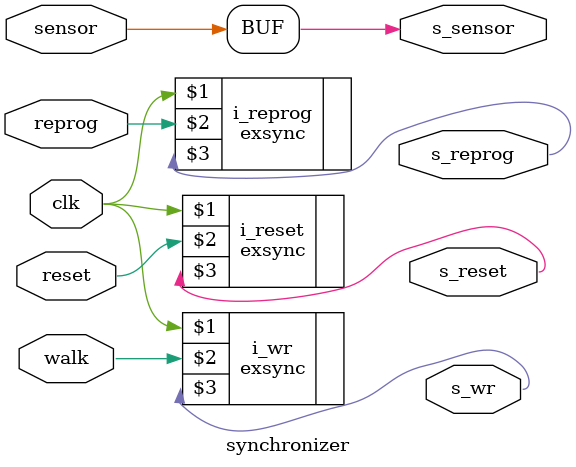
<source format=v>
module synchronizer(
	clk, reset, sensor, walk, reprog,	// inputs
	s_reset, s_sensor, s_wr, s_reprog);	// outputs

	input clk, reset, sensor, walk, reprog;
	output s_reset, s_sensor, s_wr, s_reprog;

	exsync i_reset (clk, reset, s_reset);
	// exsync i_sensor(clk, sensor, s_sensor);
	exsync i_wr (clk, walk, s_wr);
	exsync i_reprog (clk, reprog, s_reprog);

	assign s_sensor = sensor;
endmodule

</source>
